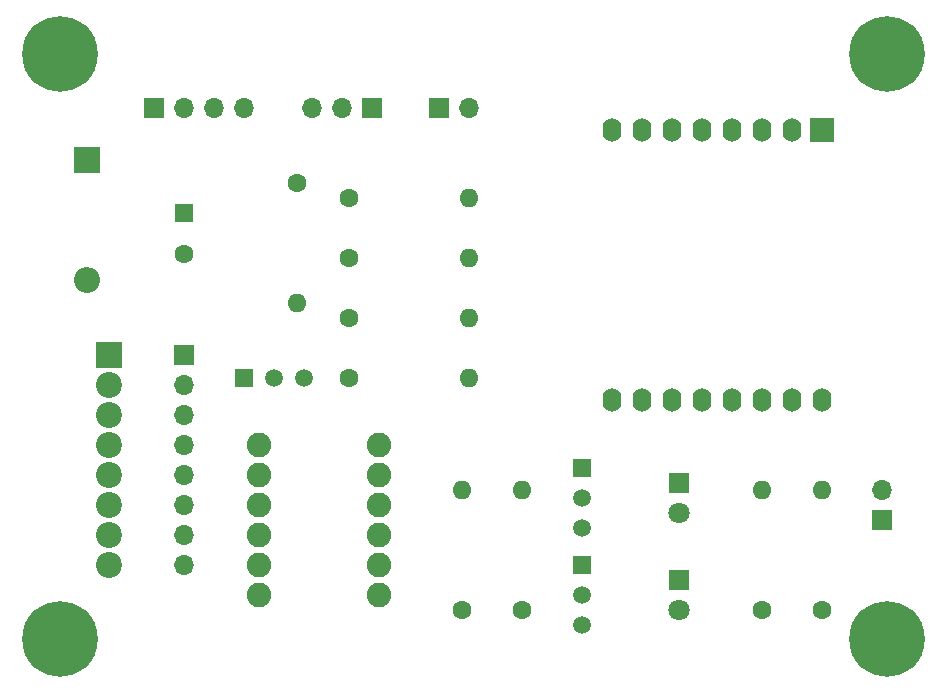
<source format=gbs>
G04 #@! TF.GenerationSoftware,KiCad,Pcbnew,(5.1.9)-1*
G04 #@! TF.CreationDate,2021-05-17T23:34:26+10:00*
G04 #@! TF.ProjectId,publisher,7075626c-6973-4686-9572-2e6b69636164,rev?*
G04 #@! TF.SameCoordinates,Original*
G04 #@! TF.FileFunction,Soldermask,Bot*
G04 #@! TF.FilePolarity,Negative*
%FSLAX46Y46*%
G04 Gerber Fmt 4.6, Leading zero omitted, Abs format (unit mm)*
G04 Created by KiCad (PCBNEW (5.1.9)-1) date 2021-05-17 23:34:26*
%MOMM*%
%LPD*%
G01*
G04 APERTURE LIST*
%ADD10O,1.600000X2.000000*%
%ADD11R,2.000000X2.000000*%
%ADD12O,1.600000X1.600000*%
%ADD13C,1.600000*%
%ADD14O,1.700000X1.700000*%
%ADD15R,1.700000X1.700000*%
%ADD16C,2.200000*%
%ADD17R,2.200000X2.200000*%
%ADD18C,6.400000*%
%ADD19R,1.600000X1.600000*%
%ADD20R,1.500000X1.500000*%
%ADD21C,1.500000*%
%ADD22C,1.800000*%
%ADD23R,1.800000X1.800000*%
%ADD24O,2.200000X2.200000*%
%ADD25C,2.082800*%
G04 APERTURE END LIST*
D10*
X182880000Y-64770000D03*
D11*
X185420000Y-64770000D03*
D10*
X180340000Y-64770000D03*
X177800000Y-64770000D03*
X175260000Y-64770000D03*
X172720000Y-64770000D03*
X170180000Y-64770000D03*
X167640000Y-64770000D03*
X167640000Y-87630000D03*
X170180000Y-87630000D03*
X172720000Y-87630000D03*
X175260000Y-87630000D03*
X177800000Y-87630000D03*
X180340000Y-87630000D03*
X182880000Y-87630000D03*
X185420000Y-87630000D03*
D12*
X155575000Y-75565000D03*
D13*
X145415000Y-75565000D03*
D12*
X155575000Y-85725000D03*
D13*
X145415000Y-85725000D03*
D14*
X131445000Y-101600000D03*
X131445000Y-99060000D03*
X131445000Y-96520000D03*
X131445000Y-93980000D03*
X131445000Y-91440000D03*
X131445000Y-88900000D03*
X131445000Y-86360000D03*
D15*
X131445000Y-83820000D03*
D14*
X155575000Y-62865000D03*
D15*
X153035000Y-62865000D03*
D14*
X190500000Y-95250000D03*
D15*
X190500000Y-97790000D03*
D16*
X125095000Y-101600000D03*
X125095000Y-99060000D03*
X125095000Y-96520000D03*
X125095000Y-93980000D03*
X125095000Y-91440000D03*
X125095000Y-88900000D03*
X125095000Y-86360000D03*
D17*
X125095000Y-83820000D03*
D18*
X190945000Y-58320000D03*
X120945000Y-107820000D03*
X120945000Y-58320000D03*
X190945000Y-107820000D03*
D12*
X140970000Y-79375000D03*
D13*
X140970000Y-69215000D03*
D19*
X131445000Y-71755000D03*
D13*
X131445000Y-75255000D03*
D20*
X165100000Y-93345000D03*
D21*
X165100000Y-98425000D03*
X165100000Y-95885000D03*
D20*
X136525000Y-85725000D03*
D21*
X141605000Y-85725000D03*
X139065000Y-85725000D03*
D20*
X165100000Y-101600000D03*
D21*
X165100000Y-106680000D03*
X165100000Y-104140000D03*
D12*
X180340000Y-95250000D03*
D13*
X180340000Y-105410000D03*
D12*
X154940000Y-95250000D03*
D13*
X154940000Y-105410000D03*
D14*
X142240000Y-62865000D03*
X144780000Y-62865000D03*
D15*
X147320000Y-62865000D03*
D12*
X155575000Y-70485000D03*
D13*
X145415000Y-70485000D03*
D12*
X185420000Y-95250000D03*
D13*
X185420000Y-105410000D03*
D12*
X160020000Y-95250000D03*
D13*
X160020000Y-105410000D03*
D22*
X173355000Y-105410000D03*
D23*
X173355000Y-102870000D03*
D22*
X173355000Y-97155000D03*
D23*
X173355000Y-94615000D03*
D15*
X128905000Y-62865000D03*
D14*
X131445000Y-62865000D03*
X133985000Y-62865000D03*
X136525000Y-62865000D03*
D12*
X155575000Y-80645000D03*
D13*
X145415000Y-80645000D03*
D17*
X123190000Y-67310000D03*
D24*
X123190000Y-77470000D03*
D25*
X147955000Y-96520000D03*
X137795000Y-96520000D03*
X137795000Y-99060000D03*
X137795000Y-104140000D03*
X137795000Y-101600000D03*
X137795000Y-93980000D03*
X137795000Y-91440000D03*
X147955000Y-99060000D03*
X147955000Y-104140000D03*
X147955000Y-101600000D03*
X147955000Y-93980000D03*
X147955000Y-91440000D03*
M02*

</source>
